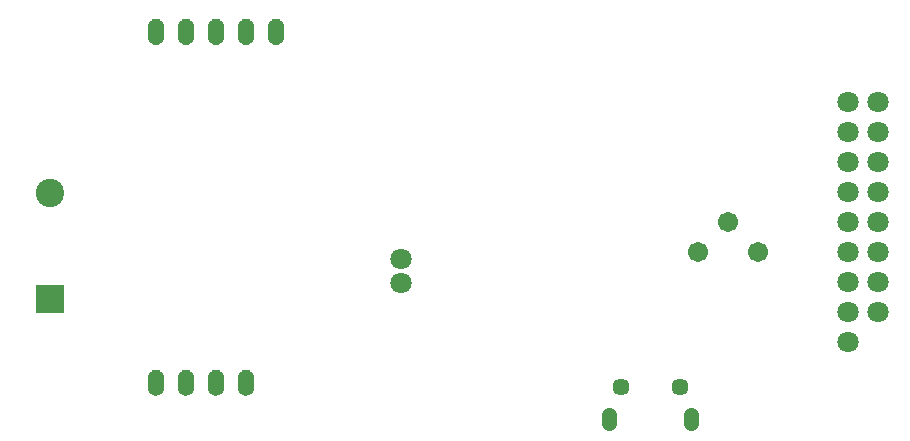
<source format=gbs>
G04 Layer: BottomSolderMaskLayer*
G04 EasyEDA v6.4.19.5, 2021-05-22T15:38:53+02:00*
G04 3629cfa7d52e4947b918c6b19203bcd8,b771c775d4444e86a06a5321f8c966cb,10*
G04 Gerber Generator version 0.2*
G04 Scale: 100 percent, Rotated: No, Reflected: No *
G04 Dimensions in inches *
G04 leading zeros omitted , absolute positions ,3 integer and 6 decimal *
%FSLAX36Y36*%
%MOIN*%

%ADD59C,0.0512*%
%ADD61C,0.0710*%
%ADD71C,0.0572*%
%ADD82C,0.0946*%
%ADD84C,0.0710*%
%ADD89C,0.0671*%

%LPD*%
D59*
X2327799Y-1941729D02*
G01*
X2327799Y-1969292D01*
X2052200Y-1941718D02*
G01*
X2052200Y-1969281D01*
D61*
G01*
X2950000Y-1000000D03*
G01*
X2950000Y-1100000D03*
G01*
X2950000Y-1200000D03*
G01*
X2950000Y-1300000D03*
G01*
X2950000Y-1400000D03*
G01*
X2950000Y-1500000D03*
G01*
X2950000Y-1600000D03*
G01*
X2850000Y-1600000D03*
G01*
X2850000Y-1500000D03*
G01*
X2850000Y-1400000D03*
G01*
X2850000Y-1300000D03*
G01*
X2850000Y-1200000D03*
G01*
X2850000Y-1100000D03*
G01*
X2850000Y-1000000D03*
G01*
X2850000Y-900000D03*
G01*
X2950000Y-900000D03*
G01*
X2850000Y-1700000D03*
D71*
G01*
X2091599Y-1850000D03*
G01*
X2288400Y-1850000D03*
G36*
X541300Y-709000D02*
G01*
X537800Y-708499D01*
X534499Y-707699D01*
X531199Y-706399D01*
X528200Y-704699D01*
X525399Y-702699D01*
X522899Y-700300D01*
X520599Y-697600D01*
X518800Y-694699D01*
X517300Y-691599D01*
X516199Y-688299D01*
X515599Y-684899D01*
X515399Y-681500D01*
X515399Y-649800D01*
X515599Y-646399D01*
X516199Y-643000D01*
X517300Y-639699D01*
X518800Y-636599D01*
X520599Y-633699D01*
X522899Y-630999D01*
X525399Y-628600D01*
X528200Y-626599D01*
X531199Y-624899D01*
X534499Y-623600D01*
X537800Y-622800D01*
X541300Y-622300D01*
X544699Y-622300D01*
X548200Y-622800D01*
X551500Y-623600D01*
X554800Y-624899D01*
X557800Y-626599D01*
X560599Y-628600D01*
X563099Y-630999D01*
X565399Y-633699D01*
X567199Y-636599D01*
X568699Y-639699D01*
X569800Y-643000D01*
X570399Y-646399D01*
X570599Y-649800D01*
X570599Y-681500D01*
X570399Y-684899D01*
X569800Y-688299D01*
X568699Y-691599D01*
X567199Y-694699D01*
X565399Y-697600D01*
X563099Y-700300D01*
X560599Y-702699D01*
X557800Y-704699D01*
X554800Y-706399D01*
X551500Y-707699D01*
X548200Y-708499D01*
X544699Y-709000D01*
G37*
G36*
X541300Y-1878699D02*
G01*
X537800Y-1878200D01*
X534499Y-1877399D01*
X531199Y-1876100D01*
X528200Y-1874400D01*
X525399Y-1872399D01*
X522899Y-1870000D01*
X520599Y-1867300D01*
X518800Y-1864400D01*
X517300Y-1861300D01*
X516199Y-1858000D01*
X515599Y-1854600D01*
X515399Y-1851199D01*
X515399Y-1819499D01*
X515599Y-1816100D01*
X516199Y-1812699D01*
X517300Y-1809400D01*
X518800Y-1806300D01*
X520599Y-1803400D01*
X522899Y-1800700D01*
X525399Y-1798299D01*
X528200Y-1796300D01*
X531199Y-1794600D01*
X534499Y-1793299D01*
X537800Y-1792500D01*
X541300Y-1791999D01*
X544699Y-1791999D01*
X548200Y-1792500D01*
X551500Y-1793299D01*
X554800Y-1794600D01*
X557800Y-1796300D01*
X560599Y-1798299D01*
X563099Y-1800700D01*
X565399Y-1803400D01*
X567199Y-1806300D01*
X568699Y-1809400D01*
X569800Y-1812699D01*
X570399Y-1816100D01*
X570599Y-1819499D01*
X570599Y-1851199D01*
X570399Y-1854600D01*
X569800Y-1858000D01*
X568699Y-1861300D01*
X567199Y-1864400D01*
X565399Y-1867300D01*
X563099Y-1870000D01*
X560599Y-1872399D01*
X557800Y-1874400D01*
X554800Y-1876100D01*
X551500Y-1877399D01*
X548200Y-1878200D01*
X544699Y-1878699D01*
G37*
G36*
X641300Y-709000D02*
G01*
X637800Y-708499D01*
X634499Y-707699D01*
X631199Y-706399D01*
X628200Y-704699D01*
X625399Y-702699D01*
X622899Y-700300D01*
X620599Y-697600D01*
X618800Y-694699D01*
X617300Y-691599D01*
X616199Y-688299D01*
X615599Y-684899D01*
X615399Y-681500D01*
X615399Y-649800D01*
X615599Y-646399D01*
X616199Y-643000D01*
X617300Y-639699D01*
X618800Y-636599D01*
X620599Y-633699D01*
X622899Y-630999D01*
X625399Y-628600D01*
X628200Y-626599D01*
X631199Y-624899D01*
X634499Y-623600D01*
X637800Y-622800D01*
X641300Y-622300D01*
X644699Y-622300D01*
X648200Y-622800D01*
X651500Y-623600D01*
X654800Y-624899D01*
X657800Y-626599D01*
X660599Y-628600D01*
X663099Y-630999D01*
X665399Y-633699D01*
X667199Y-636599D01*
X668699Y-639699D01*
X669800Y-643000D01*
X670399Y-646399D01*
X670599Y-649800D01*
X670599Y-681500D01*
X670399Y-684899D01*
X669800Y-688299D01*
X668699Y-691599D01*
X667199Y-694699D01*
X665399Y-697600D01*
X663099Y-700300D01*
X660599Y-702699D01*
X657800Y-704699D01*
X654800Y-706399D01*
X651500Y-707699D01*
X648200Y-708499D01*
X644699Y-709000D01*
G37*
G36*
X641300Y-1878699D02*
G01*
X637800Y-1878200D01*
X634499Y-1877399D01*
X631199Y-1876100D01*
X628200Y-1874400D01*
X625399Y-1872399D01*
X622899Y-1870000D01*
X620599Y-1867300D01*
X618800Y-1864400D01*
X617300Y-1861300D01*
X616199Y-1858000D01*
X615599Y-1854600D01*
X615399Y-1851199D01*
X615399Y-1819499D01*
X615599Y-1816100D01*
X616199Y-1812699D01*
X617300Y-1809400D01*
X618800Y-1806300D01*
X620599Y-1803400D01*
X622899Y-1800700D01*
X625399Y-1798299D01*
X628200Y-1796300D01*
X631199Y-1794600D01*
X634499Y-1793299D01*
X637800Y-1792500D01*
X641300Y-1791999D01*
X644699Y-1791999D01*
X648200Y-1792500D01*
X651500Y-1793299D01*
X654800Y-1794600D01*
X657800Y-1796300D01*
X660599Y-1798299D01*
X663099Y-1800700D01*
X665399Y-1803400D01*
X667199Y-1806300D01*
X668699Y-1809400D01*
X669800Y-1812699D01*
X670399Y-1816100D01*
X670599Y-1819499D01*
X670599Y-1851199D01*
X670399Y-1854600D01*
X669800Y-1858000D01*
X668699Y-1861300D01*
X667199Y-1864400D01*
X665399Y-1867300D01*
X663099Y-1870000D01*
X660599Y-1872399D01*
X657800Y-1874400D01*
X654800Y-1876100D01*
X651500Y-1877399D01*
X648200Y-1878200D01*
X644699Y-1878699D01*
G37*
G36*
X741300Y-709000D02*
G01*
X737800Y-708499D01*
X734499Y-707699D01*
X731199Y-706399D01*
X728200Y-704699D01*
X725399Y-702699D01*
X722899Y-700300D01*
X720599Y-697600D01*
X718800Y-694699D01*
X717300Y-691599D01*
X716199Y-688299D01*
X715599Y-684899D01*
X715399Y-681500D01*
X715399Y-649800D01*
X715599Y-646399D01*
X716199Y-643000D01*
X717300Y-639699D01*
X718800Y-636599D01*
X720599Y-633699D01*
X722899Y-630999D01*
X725399Y-628600D01*
X728200Y-626599D01*
X731199Y-624899D01*
X734499Y-623600D01*
X737800Y-622800D01*
X741300Y-622300D01*
X744699Y-622300D01*
X748200Y-622800D01*
X751500Y-623600D01*
X754800Y-624899D01*
X757800Y-626599D01*
X760600Y-628600D01*
X763100Y-630999D01*
X765399Y-633699D01*
X767200Y-636599D01*
X768699Y-639699D01*
X769799Y-643000D01*
X770399Y-646399D01*
X770600Y-649800D01*
X770600Y-681500D01*
X770399Y-684899D01*
X769799Y-688299D01*
X768699Y-691599D01*
X767200Y-694699D01*
X765399Y-697600D01*
X763100Y-700300D01*
X760600Y-702699D01*
X757800Y-704699D01*
X754800Y-706399D01*
X751500Y-707699D01*
X748200Y-708499D01*
X744699Y-709000D01*
G37*
G36*
X741300Y-1878699D02*
G01*
X737800Y-1878200D01*
X734499Y-1877399D01*
X731199Y-1876100D01*
X728200Y-1874400D01*
X725399Y-1872399D01*
X722899Y-1870000D01*
X720599Y-1867300D01*
X718800Y-1864400D01*
X717300Y-1861300D01*
X716199Y-1858000D01*
X715599Y-1854600D01*
X715399Y-1851199D01*
X715399Y-1819499D01*
X715599Y-1816100D01*
X716199Y-1812699D01*
X717300Y-1809400D01*
X718800Y-1806300D01*
X720599Y-1803400D01*
X722899Y-1800700D01*
X725399Y-1798299D01*
X728200Y-1796300D01*
X731199Y-1794600D01*
X734499Y-1793299D01*
X737800Y-1792500D01*
X741300Y-1791999D01*
X744699Y-1791999D01*
X748200Y-1792500D01*
X751500Y-1793299D01*
X754800Y-1794600D01*
X757800Y-1796300D01*
X760600Y-1798299D01*
X763100Y-1800700D01*
X765399Y-1803400D01*
X767200Y-1806300D01*
X768699Y-1809400D01*
X769799Y-1812699D01*
X770399Y-1816100D01*
X770600Y-1819499D01*
X770600Y-1851199D01*
X770399Y-1854600D01*
X769799Y-1858000D01*
X768699Y-1861300D01*
X767200Y-1864400D01*
X765399Y-1867300D01*
X763100Y-1870000D01*
X760600Y-1872399D01*
X757800Y-1874400D01*
X754800Y-1876100D01*
X751500Y-1877399D01*
X748200Y-1878200D01*
X744699Y-1878699D01*
G37*
G36*
X841300Y-709000D02*
G01*
X837799Y-708499D01*
X834499Y-707699D01*
X831199Y-706399D01*
X828199Y-704699D01*
X825399Y-702699D01*
X822899Y-700300D01*
X820600Y-697600D01*
X818800Y-694699D01*
X817299Y-691599D01*
X816199Y-688299D01*
X815600Y-684899D01*
X815399Y-681500D01*
X815399Y-649800D01*
X815600Y-646399D01*
X816199Y-643000D01*
X817299Y-639699D01*
X818800Y-636599D01*
X820600Y-633699D01*
X822899Y-630999D01*
X825399Y-628600D01*
X828199Y-626599D01*
X831199Y-624899D01*
X834499Y-623600D01*
X837799Y-622800D01*
X841300Y-622300D01*
X844700Y-622300D01*
X848199Y-622800D01*
X851499Y-623600D01*
X854799Y-624899D01*
X857799Y-626599D01*
X860600Y-628600D01*
X863100Y-630999D01*
X865399Y-633699D01*
X867200Y-636599D01*
X868699Y-639699D01*
X869799Y-643000D01*
X870399Y-646399D01*
X870600Y-649800D01*
X870600Y-681500D01*
X870399Y-684899D01*
X869799Y-688299D01*
X868699Y-691599D01*
X867200Y-694699D01*
X865399Y-697600D01*
X863100Y-700300D01*
X860600Y-702699D01*
X857799Y-704699D01*
X854799Y-706399D01*
X851499Y-707699D01*
X848199Y-708499D01*
X844700Y-709000D01*
G37*
G36*
X841300Y-1878699D02*
G01*
X837799Y-1878200D01*
X834499Y-1877399D01*
X831199Y-1876100D01*
X828199Y-1874400D01*
X825399Y-1872399D01*
X822899Y-1870000D01*
X820600Y-1867300D01*
X818800Y-1864400D01*
X817299Y-1861300D01*
X816199Y-1858000D01*
X815600Y-1854600D01*
X815399Y-1851199D01*
X815399Y-1819499D01*
X815600Y-1816100D01*
X816199Y-1812699D01*
X817299Y-1809400D01*
X818800Y-1806300D01*
X820600Y-1803400D01*
X822899Y-1800700D01*
X825399Y-1798299D01*
X828199Y-1796300D01*
X831199Y-1794600D01*
X834499Y-1793299D01*
X837799Y-1792500D01*
X841300Y-1791999D01*
X844700Y-1791999D01*
X848199Y-1792500D01*
X851499Y-1793299D01*
X854799Y-1794600D01*
X857799Y-1796300D01*
X860600Y-1798299D01*
X863100Y-1800700D01*
X865399Y-1803400D01*
X867200Y-1806300D01*
X868699Y-1809400D01*
X869799Y-1812699D01*
X870399Y-1816100D01*
X870600Y-1819499D01*
X870600Y-1851199D01*
X870399Y-1854600D01*
X869799Y-1858000D01*
X868699Y-1861300D01*
X867200Y-1864400D01*
X865399Y-1867300D01*
X863100Y-1870000D01*
X860600Y-1872399D01*
X857799Y-1874400D01*
X854799Y-1876100D01*
X851499Y-1877399D01*
X848199Y-1878200D01*
X844700Y-1878699D01*
G37*
G36*
X941300Y-709000D02*
G01*
X937799Y-708499D01*
X934499Y-707699D01*
X931199Y-706399D01*
X928199Y-704699D01*
X925399Y-702699D01*
X922899Y-700300D01*
X920600Y-697600D01*
X918800Y-694699D01*
X917299Y-691599D01*
X916199Y-688299D01*
X915600Y-684899D01*
X915399Y-681500D01*
X915399Y-649800D01*
X915600Y-646399D01*
X916199Y-643000D01*
X917299Y-639699D01*
X918800Y-636599D01*
X920600Y-633699D01*
X922899Y-630999D01*
X925399Y-628600D01*
X928199Y-626599D01*
X931199Y-624899D01*
X934499Y-623600D01*
X937799Y-622800D01*
X941300Y-622300D01*
X944700Y-622300D01*
X948199Y-622800D01*
X951499Y-623600D01*
X954799Y-624899D01*
X957799Y-626599D01*
X960600Y-628600D01*
X963100Y-630999D01*
X965399Y-633699D01*
X967200Y-636599D01*
X968699Y-639699D01*
X969799Y-643000D01*
X970399Y-646399D01*
X970600Y-649800D01*
X970600Y-681500D01*
X970399Y-684899D01*
X969799Y-688299D01*
X968699Y-691599D01*
X967200Y-694699D01*
X965399Y-697600D01*
X963100Y-700300D01*
X960600Y-702699D01*
X957799Y-704699D01*
X954799Y-706399D01*
X951499Y-707699D01*
X948199Y-708499D01*
X944700Y-709000D01*
G37*
D82*
G01*
X190000Y-1202829D03*
G36*
X142699Y-1604499D02*
G01*
X142699Y-1509899D01*
X237300Y-1509899D01*
X237300Y-1604499D01*
G37*
D84*
G01*
X1360000Y-1502130D03*
G01*
X1360000Y-1423389D03*
D89*
G01*
X2550000Y-1400000D03*
G01*
X2450000Y-1300000D03*
G01*
X2350000Y-1400000D03*
M02*

</source>
